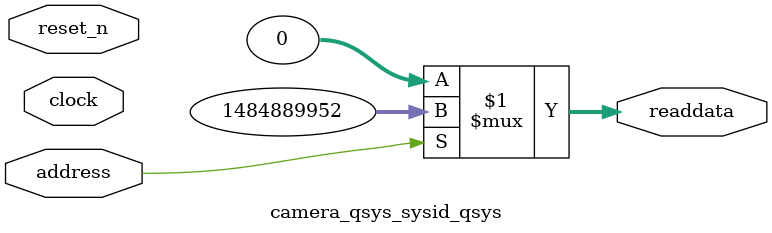
<source format=v>



// synthesis translate_off
`timescale 1ns / 1ps
// synthesis translate_on

// turn off superfluous verilog processor warnings 
// altera message_level Level1 
// altera message_off 10034 10035 10036 10037 10230 10240 10030 

module camera_qsys_sysid_qsys (
               // inputs:
                address,
                clock,
                reset_n,

               // outputs:
                readdata
             )
;

  output  [ 31: 0] readdata;
  input            address;
  input            clock;
  input            reset_n;

  wire    [ 31: 0] readdata;
  //control_slave, which is an e_avalon_slave
  assign readdata = address ? 1484889952 : 0;

endmodule



</source>
